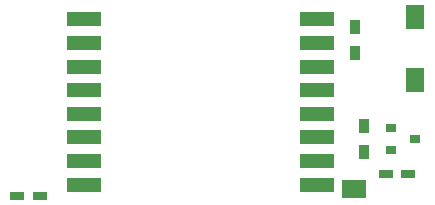
<source format=gtp>
G04 #@! TF.GenerationSoftware,KiCad,Pcbnew,no-vcs-found-200df95~58~ubuntu16.04.1*
G04 #@! TF.CreationDate,2017-05-29T15:27:06+03:00*
G04 #@! TF.ProjectId,ws281x_led_strip_controller,7773323831785F6C65645F7374726970,rev?*
G04 #@! TF.FileFunction,Paste,Top*
G04 #@! TF.FilePolarity,Positive*
%FSLAX46Y46*%
G04 Gerber Fmt 4.6, Leading zero omitted, Abs format (unit mm)*
G04 Created by KiCad (PCBNEW no-vcs-found-200df95~58~ubuntu16.04.1) date Mon May 29 15:27:06 2017*
%MOMM*%
%LPD*%
G01*
G04 APERTURE LIST*
%ADD10C,0.100000*%
%ADD11R,2.000000X1.500000*%
%ADD12R,1.200000X0.750000*%
%ADD13R,1.600000X2.000000*%
%ADD14R,0.900000X1.200000*%
%ADD15R,3.000000X1.200000*%
%ADD16R,0.900000X0.800000*%
G04 APERTURE END LIST*
D10*
D11*
X106350000Y-90600000D03*
D12*
X79750000Y-91200000D03*
X77850000Y-91200000D03*
D13*
X111506000Y-76040000D03*
X111506000Y-81440000D03*
D14*
X106426000Y-76878000D03*
X106426000Y-79078000D03*
D15*
X103180000Y-76264000D03*
X103180000Y-78264000D03*
X103180000Y-80264000D03*
X103180000Y-82264000D03*
X103180000Y-84264000D03*
X103180000Y-86264000D03*
X103180000Y-88264000D03*
X103180000Y-90264000D03*
X83480000Y-90264000D03*
X83480000Y-88264000D03*
X83480000Y-86264000D03*
X83480000Y-84264000D03*
X83480000Y-82264000D03*
X83480000Y-80264000D03*
X83480000Y-78264000D03*
X83480000Y-76264000D03*
D12*
X110950000Y-89400000D03*
X109050000Y-89400000D03*
D14*
X107200000Y-87500000D03*
X107200000Y-85300000D03*
D16*
X111500000Y-86400000D03*
X109500000Y-87350000D03*
X109500000Y-85450000D03*
M02*

</source>
